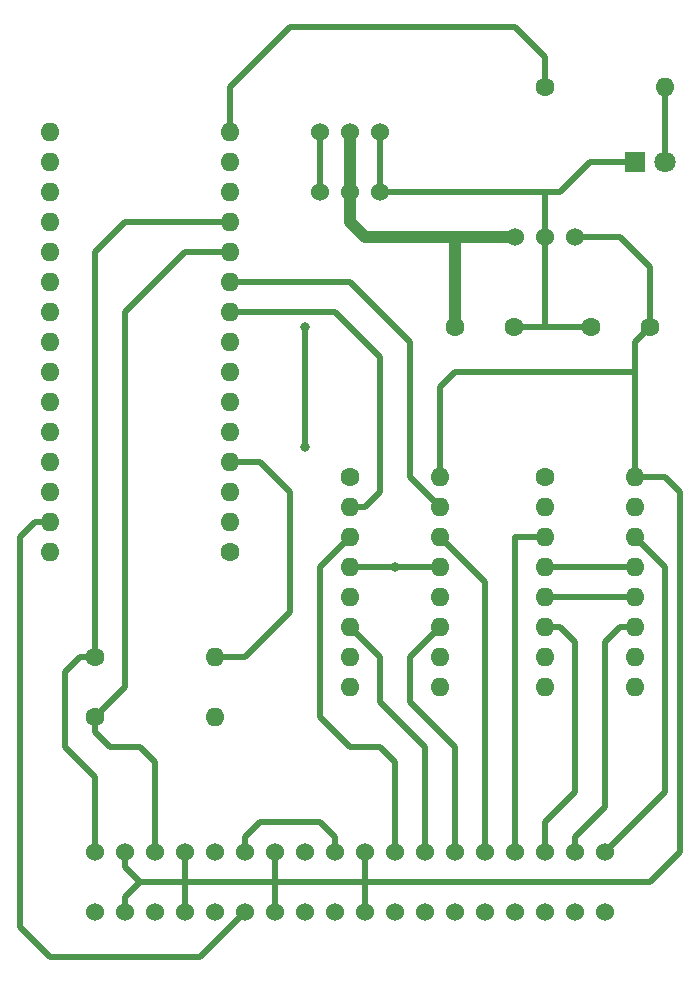
<source format=gbr>
G04 #@! TF.GenerationSoftware,KiCad,Pcbnew,(5.1.0)-1*
G04 #@! TF.CreationDate,2020-01-14T09:56:01+09:00*
G04 #@! TF.ProjectId,motorDriver_pcb,6d6f746f-7244-4726-9976-65725f706362,rev?*
G04 #@! TF.SameCoordinates,Original*
G04 #@! TF.FileFunction,Copper,L1,Top*
G04 #@! TF.FilePolarity,Positive*
%FSLAX46Y46*%
G04 Gerber Fmt 4.6, Leading zero omitted, Abs format (unit mm)*
G04 Created by KiCad (PCBNEW (5.1.0)-1) date 2020-01-14 09:56:01*
%MOMM*%
%LPD*%
G04 APERTURE LIST*
%ADD10C,1.600000*%
%ADD11O,1.600000X1.600000*%
%ADD12R,1.800000X1.800000*%
%ADD13C,1.800000*%
%ADD14C,1.524000*%
%ADD15C,0.800000*%
%ADD16C,0.500000*%
%ADD17C,1.000000*%
G04 APERTURE END LIST*
D10*
X108030000Y-73660000D03*
X113030000Y-73660000D03*
X96520000Y-73660000D03*
X101520000Y-73660000D03*
X77470000Y-92710000D03*
D11*
X62230000Y-59690000D03*
X77470000Y-90170000D03*
X62230000Y-62230000D03*
X77470000Y-87630000D03*
X62230000Y-64770000D03*
X77470000Y-85090000D03*
X62230000Y-67310000D03*
X77470000Y-82550000D03*
X62230000Y-69850000D03*
X77470000Y-80010000D03*
X62230000Y-72390000D03*
X77470000Y-77470000D03*
X62230000Y-74930000D03*
X77470000Y-74930000D03*
X62230000Y-77470000D03*
X77470000Y-72390000D03*
X62230000Y-80010000D03*
X77470000Y-69850000D03*
X62230000Y-82550000D03*
X77470000Y-67310000D03*
X62230000Y-85090000D03*
X77470000Y-64770000D03*
X62230000Y-87630000D03*
X77470000Y-62230000D03*
X62230000Y-90170000D03*
X77470000Y-59690000D03*
X62230000Y-92710000D03*
X77470000Y-57150000D03*
X62230000Y-57150000D03*
D12*
X111760000Y-59690000D03*
D13*
X114300000Y-59690000D03*
D10*
X87630000Y-86360000D03*
D11*
X95250000Y-104140000D03*
X87630000Y-88900000D03*
X95250000Y-101600000D03*
X87630000Y-91440000D03*
X95250000Y-99060000D03*
X87630000Y-93980000D03*
X95250000Y-96520000D03*
X87630000Y-96520000D03*
X95250000Y-93980000D03*
X87630000Y-99060000D03*
X95250000Y-91440000D03*
X87630000Y-101600000D03*
X95250000Y-88900000D03*
X87630000Y-104140000D03*
X95250000Y-86360000D03*
D14*
X90170000Y-62230000D03*
X87630000Y-62230000D03*
X85090000Y-62230000D03*
X90170000Y-57150000D03*
X87630000Y-57150000D03*
X85090000Y-57150000D03*
D11*
X111760000Y-86360000D03*
X104140000Y-104140000D03*
X111760000Y-88900000D03*
X104140000Y-101600000D03*
X111760000Y-91440000D03*
X104140000Y-99060000D03*
X111760000Y-93980000D03*
X104140000Y-96520000D03*
X111760000Y-96520000D03*
X104140000Y-93980000D03*
X111760000Y-99060000D03*
X104140000Y-91440000D03*
X111760000Y-101600000D03*
X104140000Y-88900000D03*
X111760000Y-104140000D03*
D10*
X104140000Y-86360000D03*
X104140000Y-53340000D03*
D11*
X114300000Y-53340000D03*
X76200000Y-101600000D03*
D10*
X66040000Y-101600000D03*
X66040000Y-106680000D03*
D11*
X76200000Y-106680000D03*
D14*
X106680000Y-66040000D03*
X104140000Y-66040000D03*
X101600000Y-66040000D03*
X109220000Y-118110000D03*
X106680000Y-118110000D03*
X104140000Y-118110000D03*
X101600000Y-118110000D03*
X99060000Y-118110000D03*
X96520000Y-118110000D03*
X93980000Y-118110000D03*
X91440000Y-118110000D03*
X88900000Y-118110000D03*
X86360000Y-118110000D03*
X83820000Y-118110000D03*
X81280000Y-118110000D03*
X78740000Y-118110000D03*
X76200000Y-118110000D03*
X73660000Y-118110000D03*
X71120000Y-118110000D03*
X68580000Y-118110000D03*
X66040000Y-118110000D03*
X68580000Y-123190000D03*
X71120000Y-123190000D03*
X66040000Y-123190000D03*
X81280000Y-123190000D03*
X73660000Y-123190000D03*
X76200000Y-123190000D03*
X78740000Y-123190000D03*
X86360000Y-123190000D03*
X88900000Y-123190000D03*
X106680000Y-123190000D03*
X91440000Y-123190000D03*
X109220000Y-123190000D03*
X101600000Y-123190000D03*
X93980000Y-123190000D03*
X99060000Y-123190000D03*
X96520000Y-123190000D03*
X104140000Y-123190000D03*
X83820000Y-123190000D03*
D15*
X91440000Y-93980000D03*
X83820000Y-73660000D03*
X83820000Y-83820000D03*
X96520000Y-68580000D03*
D16*
X104140000Y-72390000D02*
X104140000Y-66040000D01*
X105410000Y-73660000D02*
X108030000Y-73660000D01*
X86360000Y-116840000D02*
X85090000Y-115570000D01*
X86360000Y-118110000D02*
X86360000Y-116840000D01*
X78740000Y-116840000D02*
X80010000Y-115570000D01*
X78740000Y-118110000D02*
X78740000Y-116840000D01*
X80010000Y-115570000D02*
X85090000Y-115570000D01*
X104140000Y-96520000D02*
X111760000Y-96520000D01*
X104140000Y-93980000D02*
X111760000Y-93980000D01*
X87630000Y-93980000D02*
X95250000Y-93980000D01*
X104140000Y-63500000D02*
X104140000Y-66040000D01*
X74930000Y-127000000D02*
X78740000Y-123190000D01*
X62230000Y-127000000D02*
X74930000Y-127000000D01*
X59690000Y-124460000D02*
X62230000Y-127000000D01*
X59690000Y-91440000D02*
X59690000Y-124460000D01*
X62230000Y-90170000D02*
X60960000Y-90170000D01*
X60960000Y-90170000D02*
X59690000Y-91440000D01*
X101520000Y-73660000D02*
X102870000Y-73660000D01*
X90170000Y-57150000D02*
X90170000Y-62230000D01*
X83820000Y-73660000D02*
X83820000Y-83820000D01*
X77470000Y-85090000D02*
X80010000Y-85090000D01*
X80010000Y-85090000D02*
X82550000Y-87630000D01*
X76200000Y-101600000D02*
X78740000Y-101600000D01*
X78740000Y-101600000D02*
X82550000Y-97790000D01*
X82550000Y-97790000D02*
X82550000Y-87630000D01*
X107950000Y-59690000D02*
X111760000Y-59690000D01*
X90170000Y-62230000D02*
X105410000Y-62230000D01*
X105410000Y-62230000D02*
X107950000Y-59690000D01*
X104140000Y-63500000D02*
X104140000Y-62230000D01*
X101520000Y-73660000D02*
X104140000Y-73660000D01*
X104140000Y-72390000D02*
X104140000Y-73660000D01*
X104140000Y-73660000D02*
X108030000Y-73660000D01*
X73660000Y-120650000D02*
X73660000Y-118110000D01*
X73660000Y-120650000D02*
X81280000Y-120650000D01*
X81280000Y-120650000D02*
X81280000Y-118110000D01*
X113030000Y-68580000D02*
X113030000Y-73660000D01*
X106680000Y-66040000D02*
X110490000Y-66040000D01*
X110490000Y-66040000D02*
X113030000Y-68580000D01*
X68580000Y-118110000D02*
X68580000Y-119380000D01*
X69850000Y-120650000D02*
X73660000Y-120650000D01*
X68580000Y-119380000D02*
X69850000Y-120650000D01*
X81280000Y-120650000D02*
X87630000Y-120650000D01*
X111760000Y-74930000D02*
X113030000Y-73660000D01*
X111760000Y-86360000D02*
X111760000Y-74930000D01*
X95250000Y-86360000D02*
X95250000Y-78740000D01*
X95250000Y-78740000D02*
X96520000Y-77470000D01*
X96520000Y-77470000D02*
X111760000Y-77470000D01*
X87630000Y-120650000D02*
X113030000Y-120650000D01*
X113030000Y-120650000D02*
X115570000Y-118110000D01*
X115570000Y-116840000D02*
X115570000Y-118110000D01*
X115570000Y-87630000D02*
X115570000Y-116840000D01*
X111760000Y-86360000D02*
X114300000Y-86360000D01*
X114300000Y-86360000D02*
X115570000Y-87630000D01*
X68580000Y-123190000D02*
X68580000Y-121920000D01*
X68580000Y-121920000D02*
X69850000Y-120650000D01*
X73660000Y-123190000D02*
X73660000Y-120650000D01*
X81280000Y-123190000D02*
X81280000Y-120650000D01*
X88900000Y-118110000D02*
X88900000Y-120650000D01*
X88900000Y-123190000D02*
X88900000Y-120650000D01*
X101600000Y-66040000D02*
X96520000Y-66040000D01*
X96520000Y-66040000D02*
X96520000Y-68580000D01*
X93980000Y-66040000D02*
X96520000Y-66040000D01*
X88900000Y-66040000D02*
X93980000Y-66040000D01*
X96520000Y-68580000D02*
X96520000Y-73660000D01*
D17*
X87630000Y-57150000D02*
X87630000Y-62230000D01*
X87630000Y-62230000D02*
X87630000Y-64770000D01*
X87630000Y-64770000D02*
X88900000Y-66040000D01*
X88900000Y-66040000D02*
X101600000Y-66040000D01*
X96520000Y-66040000D02*
X96520000Y-73660000D01*
D16*
X85090000Y-57150000D02*
X85090000Y-62230000D01*
X77470000Y-72390000D02*
X80010000Y-72390000D01*
X88900000Y-88900000D02*
X87630000Y-88900000D01*
X90170000Y-87630000D02*
X88900000Y-88900000D01*
X90170000Y-76200000D02*
X90170000Y-87630000D01*
X77470000Y-72390000D02*
X86360000Y-72390000D01*
X86360000Y-72390000D02*
X90170000Y-76200000D01*
X77470000Y-69850000D02*
X87630000Y-69850000D01*
X87630000Y-69850000D02*
X92710000Y-74930000D01*
X92710000Y-86360000D02*
X95250000Y-88900000D01*
X92710000Y-74930000D02*
X92710000Y-86360000D01*
X71120000Y-110490000D02*
X69850000Y-109220000D01*
X71120000Y-118110000D02*
X71120000Y-110490000D01*
X66040000Y-106680000D02*
X66040000Y-107950000D01*
X66040000Y-107950000D02*
X67310000Y-109220000D01*
X69850000Y-109220000D02*
X67310000Y-109220000D01*
X73660000Y-67310000D02*
X77470000Y-67310000D01*
X68580000Y-72390000D02*
X73660000Y-67310000D01*
X66040000Y-106680000D02*
X68580000Y-104140000D01*
X68580000Y-104140000D02*
X68580000Y-72390000D01*
X66040000Y-118110000D02*
X66040000Y-111760000D01*
X63500000Y-109220000D02*
X66040000Y-111760000D01*
X63500000Y-102870000D02*
X64770000Y-101600000D01*
X64770000Y-101600000D02*
X66040000Y-101600000D01*
X63500000Y-109220000D02*
X63500000Y-102870000D01*
X77470000Y-64770000D02*
X68580000Y-64770000D01*
X66040000Y-67310000D02*
X66040000Y-101600000D01*
X68580000Y-64770000D02*
X66040000Y-67310000D01*
X104140000Y-50800000D02*
X101600000Y-48260000D01*
X77470000Y-57150000D02*
X77470000Y-55880000D01*
X104140000Y-50800000D02*
X104140000Y-53340000D01*
X77470000Y-57150000D02*
X77470000Y-53340000D01*
X82550000Y-48260000D02*
X87630000Y-48260000D01*
X77470000Y-53340000D02*
X82550000Y-48260000D01*
X101600000Y-48260000D02*
X87630000Y-48260000D01*
X87630000Y-48260000D02*
X86360000Y-48260000D01*
X114300000Y-53340000D02*
X114300000Y-59690000D01*
X91440000Y-118110000D02*
X91440000Y-110490000D01*
X91440000Y-110490000D02*
X90170000Y-109220000D01*
X90170000Y-109220000D02*
X87630000Y-109220000D01*
X87630000Y-109220000D02*
X85090000Y-106680000D01*
X85090000Y-93980000D02*
X87630000Y-91440000D01*
X85090000Y-106680000D02*
X85090000Y-93980000D01*
X92710000Y-101600000D02*
X95250000Y-99060000D01*
X92710000Y-105410000D02*
X92710000Y-101600000D01*
X96520000Y-118110000D02*
X96520000Y-109220000D01*
X96520000Y-109220000D02*
X92710000Y-105410000D01*
X93980000Y-109220000D02*
X93980000Y-118110000D01*
X87630000Y-99060000D02*
X90170000Y-101600000D01*
X90170000Y-105410000D02*
X93980000Y-109220000D01*
X90170000Y-101600000D02*
X90170000Y-105410000D01*
X99060000Y-118110000D02*
X99060000Y-95250000D01*
X99060000Y-95250000D02*
X95250000Y-91440000D01*
X109220000Y-118110000D02*
X114300000Y-113030000D01*
X114300000Y-93980000D02*
X111760000Y-91440000D01*
X114300000Y-113030000D02*
X114300000Y-93980000D01*
X104140000Y-115570000D02*
X106680000Y-113030000D01*
X104140000Y-118110000D02*
X104140000Y-115570000D01*
X105410000Y-99060000D02*
X106680000Y-100330000D01*
X104140000Y-99060000D02*
X105410000Y-99060000D01*
X106680000Y-113030000D02*
X106680000Y-100330000D01*
X110490000Y-99060000D02*
X111760000Y-99060000D01*
X109220000Y-100330000D02*
X110490000Y-99060000D01*
X109220000Y-114300000D02*
X109220000Y-100330000D01*
X106680000Y-118110000D02*
X106680000Y-116840000D01*
X106680000Y-116840000D02*
X109220000Y-114300000D01*
X101600000Y-118110000D02*
X101600000Y-91440000D01*
X101600000Y-91440000D02*
X104140000Y-91440000D01*
M02*

</source>
